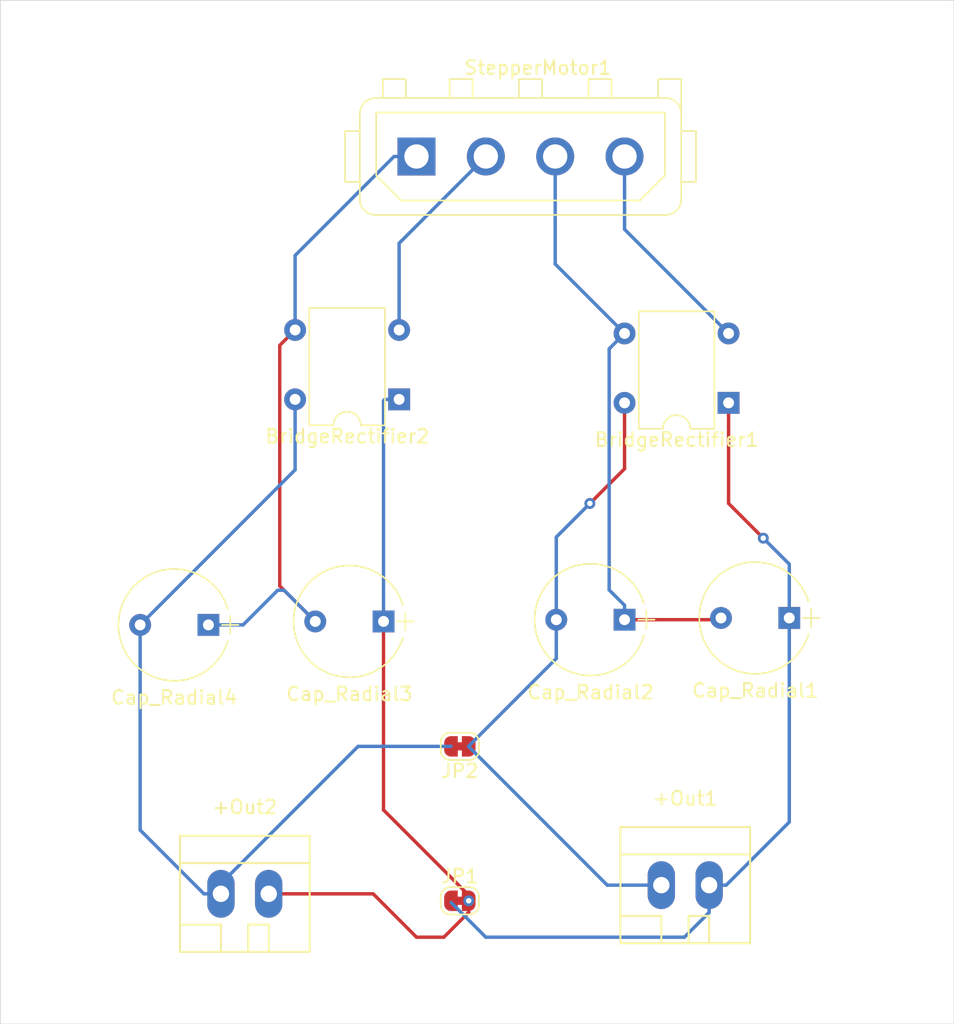
<source format=kicad_pcb>
(kicad_pcb (version 20171130) (host pcbnew "(5.1.0-0)")

  (general
    (thickness 1.6)
    (drawings 4)
    (tracks 64)
    (zones 0)
    (modules 15)
    (nets 9)
  )

  (page A4)
  (layers
    (0 F.Cu signal)
    (31 B.Cu signal)
    (32 B.Adhes user)
    (33 F.Adhes user)
    (34 B.Paste user)
    (35 F.Paste user)
    (36 B.SilkS user)
    (37 F.SilkS user)
    (38 B.Mask user)
    (39 F.Mask user)
    (40 Dwgs.User user)
    (41 Cmts.User user)
    (42 Eco1.User user)
    (43 Eco2.User user)
    (44 Edge.Cuts user)
    (45 Margin user)
    (46 B.CrtYd user)
    (47 F.CrtYd user)
    (48 B.Fab user)
    (49 F.Fab user)
  )

  (setup
    (last_trace_width 0.25)
    (trace_clearance 0.2)
    (zone_clearance 0.508)
    (zone_45_only no)
    (trace_min 0.2)
    (via_size 0.8)
    (via_drill 0.4)
    (via_min_size 0.4)
    (via_min_drill 0.3)
    (uvia_size 0.3)
    (uvia_drill 0.1)
    (uvias_allowed no)
    (uvia_min_size 0.2)
    (uvia_min_drill 0.1)
    (edge_width 0.05)
    (segment_width 0.2)
    (pcb_text_width 0.3)
    (pcb_text_size 1.5 1.5)
    (mod_edge_width 0.12)
    (mod_text_size 1 1)
    (mod_text_width 0.15)
    (pad_size 1.524 1.524)
    (pad_drill 0.762)
    (pad_to_mask_clearance 0.051)
    (solder_mask_min_width 0.25)
    (aux_axis_origin 0 0)
    (visible_elements FFFFE77F)
    (pcbplotparams
      (layerselection 0x010fc_ffffffff)
      (usegerberextensions false)
      (usegerberattributes false)
      (usegerberadvancedattributes false)
      (creategerberjobfile false)
      (excludeedgelayer true)
      (linewidth 0.100000)
      (plotframeref false)
      (viasonmask false)
      (mode 1)
      (useauxorigin false)
      (hpglpennumber 1)
      (hpglpenspeed 20)
      (hpglpendiameter 15.000000)
      (psnegative false)
      (psa4output false)
      (plotreference true)
      (plotvalue true)
      (plotinvisibletext false)
      (padsonsilk false)
      (subtractmaskfromsilk false)
      (outputformat 1)
      (mirror false)
      (drillshape 1)
      (scaleselection 1)
      (outputdirectory ""))
  )

  (net 0 "")
  (net 1 "Net-(BridgeRectifier1-Pad2)")
  (net 2 "Net-(BridgeRectifier1-Pad3)")
  (net 3 "Net-(BridgeRectifier2-Pad3)")
  (net 4 "Net-(BridgeRectifier2-Pad2)")
  (net 5 VCC)
  (net 6 VDD)
  (net 7 "Net-(+Out1-Pad1)")
  (net 8 "Net-(+Out2-Pad1)")

  (net_class Default "This is the default net class."
    (clearance 0.2)
    (trace_width 0.25)
    (via_dia 0.8)
    (via_drill 0.4)
    (uvia_dia 0.3)
    (uvia_drill 0.1)
    (add_net "Net-(+Out1-Pad1)")
    (add_net "Net-(+Out2-Pad1)")
    (add_net "Net-(BridgeRectifier1-Pad2)")
    (add_net "Net-(BridgeRectifier1-Pad3)")
    (add_net "Net-(BridgeRectifier2-Pad2)")
    (add_net "Net-(BridgeRectifier2-Pad3)")
    (add_net VCC)
    (add_net VDD)
  )

  (module Mounting_Holes:MountingHole_3.2mm_M3 (layer F.Cu) (tedit 56D1B4CB) (tstamp 61045959)
    (at 120.65 43.18)
    (descr "Mounting Hole 3.2mm, no annular, M3")
    (tags "mounting hole 3.2mm no annular m3")
    (attr virtual)
    (fp_text reference REF** (at 0 -4.2) (layer F.SilkS) hide
      (effects (font (size 1 1) (thickness 0.15)))
    )
    (fp_text value MountingHole_3.2mm_M3 (at 0 4.2) (layer F.Fab) hide
      (effects (font (size 1 1) (thickness 0.15)))
    )
    (fp_text user %R (at 0.3 0) (layer F.Fab)
      (effects (font (size 1 1) (thickness 0.15)))
    )
    (fp_circle (center 0 0) (end 3.2 0) (layer Cmts.User) (width 0.15))
    (fp_circle (center 0 0) (end 3.45 0) (layer F.CrtYd) (width 0.05))
    (pad 1 np_thru_hole circle (at 0 0) (size 3.2 3.2) (drill 3.2) (layers *.Cu *.Mask))
  )

  (module Mounting_Holes:MountingHole_3.2mm_M3 (layer F.Cu) (tedit 56D1B4CB) (tstamp 6104594E)
    (at 120.65 107.95)
    (descr "Mounting Hole 3.2mm, no annular, M3")
    (tags "mounting hole 3.2mm no annular m3")
    (attr virtual)
    (fp_text reference REF** (at 0 -4.2) (layer F.SilkS) hide
      (effects (font (size 1 1) (thickness 0.15)))
    )
    (fp_text value 3.2mm (at 0 4.2) (layer F.Fab) hide
      (effects (font (size 1 1) (thickness 0.15)))
    )
    (fp_text user %R (at 0.3 0) (layer F.Fab)
      (effects (font (size 1 1) (thickness 0.15)))
    )
    (fp_circle (center 0 0) (end 3.2 0) (layer Cmts.User) (width 0.15))
    (fp_circle (center 0 0) (end 3.45 0) (layer F.CrtYd) (width 0.05))
    (pad 1 np_thru_hole circle (at 0 0) (size 3.2 3.2) (drill 3.2) (layers *.Cu *.Mask))
  )

  (module Mounting_Holes:MountingHole_3.2mm_M3 (layer F.Cu) (tedit 56D1B4CB) (tstamp 61045943)
    (at 60.96 107.95)
    (descr "Mounting Hole 3.2mm, no annular, M3")
    (tags "mounting hole 3.2mm no annular m3")
    (attr virtual)
    (fp_text reference REF** (at 0 -4.2) (layer F.SilkS) hide
      (effects (font (size 1 1) (thickness 0.15)))
    )
    (fp_text value 3.2mm (at 0 4.2) (layer F.Fab) hide
      (effects (font (size 1 1) (thickness 0.15)))
    )
    (fp_circle (center 0 0) (end 3.45 0) (layer F.CrtYd) (width 0.05))
    (fp_circle (center 0 0) (end 3.2 0) (layer Cmts.User) (width 0.15))
    (fp_text user %R (at 0.3 0) (layer F.Fab)
      (effects (font (size 1 1) (thickness 0.15)))
    )
    (pad 1 np_thru_hole circle (at 0 0) (size 3.2 3.2) (drill 3.2) (layers *.Cu *.Mask))
  )

  (module Mounting_Holes:MountingHole_3.2mm_M3 (layer F.Cu) (tedit 56D1B4CB) (tstamp 61045938)
    (at 60.96 43.18)
    (descr "Mounting Hole 3.2mm, no annular, M3")
    (tags "mounting hole 3.2mm no annular m3")
    (attr virtual)
    (fp_text reference REF** (at 0 -4.2) (layer F.SilkS) hide
      (effects (font (size 1 1) (thickness 0.15)))
    )
    (fp_text value 3.2mm (at 0 4.2) (layer F.Fab) hide
      (effects (font (size 1 1) (thickness 0.15)))
    )
    (fp_text user %R (at 0.3 0) (layer F.Fab)
      (effects (font (size 1 1) (thickness 0.15)))
    )
    (fp_circle (center 0 0) (end 3.2 0) (layer Cmts.User) (width 0.15))
    (fp_circle (center 0 0) (end 3.45 0) (layer F.CrtYd) (width 0.05))
    (pad 1 np_thru_hole circle (at 0 0) (size 3.2 3.2) (drill 3.2) (layers *.Cu *.Mask))
  )

  (module Connectors_WAGO:WAGO_734_2pin_Straight_RuggedPads (layer F.Cu) (tedit 0) (tstamp 6100758C)
    (at 106.045 102.87)
    (descr "WAGO, Serie 734, Socket, Stiftleiste, 2 polig, 2 pin, rugged Pads, straight, gerade, Date 05Jul2010,")
    (tags "WAGO, Serie 734, Socket, Stiftleiste, 2 polig, 2 pin, rugged Pads, straight, gerade, Date 05Jul2010,")
    (path /6101AECC)
    (fp_text reference +Out1 (at 0 -6.35) (layer F.SilkS)
      (effects (font (size 1 1) (thickness 0.15)))
    )
    (fp_text value -Out (at 0 6.35) (layer F.Fab)
      (effects (font (size 1 1) (thickness 0.15)))
    )
    (fp_line (start -4.7498 -2.25044) (end 4.7498 -2.25044) (layer F.SilkS) (width 0.15))
    (fp_line (start 0.24892 4.24942) (end 0.24892 2.25044) (layer F.SilkS) (width 0.15))
    (fp_line (start 0.24892 2.25044) (end 1.75006 2.25044) (layer F.SilkS) (width 0.15))
    (fp_line (start 1.75006 2.25044) (end 1.75006 4.24942) (layer F.SilkS) (width 0.15))
    (fp_line (start -4.7498 2.25044) (end -1.75006 2.25044) (layer F.SilkS) (width 0.15))
    (fp_line (start -1.75006 2.25044) (end -1.75006 4.20116) (layer F.SilkS) (width 0.15))
    (fp_line (start 4.7498 4.24942) (end 4.7498 -4.24942) (layer F.SilkS) (width 0.15))
    (fp_line (start 4.7498 -4.24942) (end -4.7498 -4.24942) (layer F.SilkS) (width 0.15))
    (fp_line (start -4.7498 -4.24942) (end -4.7498 4.24942) (layer F.SilkS) (width 0.15))
    (fp_line (start -4.7498 4.24942) (end 4.7498 4.24942) (layer F.SilkS) (width 0.15))
    (pad 1 thru_hole oval (at -1.75006 0) (size 1.99898 3.50012) (drill 1.19888) (layers *.Cu *.Mask)
      (net 7 "Net-(+Out1-Pad1)"))
    (pad 2 thru_hole oval (at 1.75006 0) (size 1.99898 3.50012) (drill 1.19888) (layers *.Cu *.Mask)
      (net 5 VCC))
  )

  (module Connectors_WAGO:WAGO_734_2pin_Straight_RuggedPads (layer F.Cu) (tedit 0) (tstamp 6100759C)
    (at 73.787 103.505)
    (descr "WAGO, Serie 734, Socket, Stiftleiste, 2 polig, 2 pin, rugged Pads, straight, gerade, Date 05Jul2010,")
    (tags "WAGO, Serie 734, Socket, Stiftleiste, 2 polig, 2 pin, rugged Pads, straight, gerade, Date 05Jul2010,")
    (path /6101CD8E)
    (fp_text reference +Out2 (at 0 -6.35) (layer F.SilkS)
      (effects (font (size 1 1) (thickness 0.15)))
    )
    (fp_text value -Out (at 0 6.35) (layer F.Fab)
      (effects (font (size 1 1) (thickness 0.15)))
    )
    (fp_line (start -4.7498 4.24942) (end 4.7498 4.24942) (layer F.SilkS) (width 0.15))
    (fp_line (start -4.7498 -4.24942) (end -4.7498 4.24942) (layer F.SilkS) (width 0.15))
    (fp_line (start 4.7498 -4.24942) (end -4.7498 -4.24942) (layer F.SilkS) (width 0.15))
    (fp_line (start 4.7498 4.24942) (end 4.7498 -4.24942) (layer F.SilkS) (width 0.15))
    (fp_line (start -1.75006 2.25044) (end -1.75006 4.20116) (layer F.SilkS) (width 0.15))
    (fp_line (start -4.7498 2.25044) (end -1.75006 2.25044) (layer F.SilkS) (width 0.15))
    (fp_line (start 1.75006 2.25044) (end 1.75006 4.24942) (layer F.SilkS) (width 0.15))
    (fp_line (start 0.24892 2.25044) (end 1.75006 2.25044) (layer F.SilkS) (width 0.15))
    (fp_line (start 0.24892 4.24942) (end 0.24892 2.25044) (layer F.SilkS) (width 0.15))
    (fp_line (start -4.7498 -2.25044) (end 4.7498 -2.25044) (layer F.SilkS) (width 0.15))
    (pad 2 thru_hole oval (at 1.75006 0) (size 1.99898 3.50012) (drill 1.19888) (layers *.Cu *.Mask)
      (net 6 VDD))
    (pad 1 thru_hole oval (at -1.75006 0) (size 1.99898 3.50012) (drill 1.19888) (layers *.Cu *.Mask)
      (net 8 "Net-(+Out2-Pad1)"))
  )

  (module Diodes_THT:Diode_Bridge_DIP-4_W7.62mm_P5.08mm (layer F.Cu) (tedit 59213888) (tstamp 610075B4)
    (at 109.22 67.564 180)
    (descr "4-lead dip package for diode bridges, row spacing 7.62 mm (300 mils), see http://cdn-reichelt.de/documents/datenblatt/A400/HDBL101G_20SERIES-TSC.pdf")
    (tags "DIL DIP PDIP 5.08mm 7.62mm 300mil")
    (path /610183F6)
    (fp_text reference BridgeRectifier1 (at 3.8 -2.7) (layer F.SilkS)
      (effects (font (size 1 1) (thickness 0.15)))
    )
    (fp_text value "DIP 4 Pins" (at 3.8 7.8) (layer F.Fab)
      (effects (font (size 1 1) (thickness 0.15)))
    )
    (fp_line (start 8.67 6.85) (end -1.05 6.85) (layer F.CrtYd) (width 0.05))
    (fp_line (start 8.67 6.85) (end 8.67 -2.05) (layer F.CrtYd) (width 0.05))
    (fp_line (start -1.05 -2.05) (end -1.05 6.85) (layer F.CrtYd) (width 0.05))
    (fp_line (start -1.05 -2.05) (end 8.67 -2.05) (layer F.CrtYd) (width 0.05))
    (fp_line (start 1.635 -1.8) (end 6.985 -1.8) (layer F.Fab) (width 0.1))
    (fp_line (start 6.985 -1.8) (end 6.985 6.6) (layer F.Fab) (width 0.1))
    (fp_line (start 6.985 6.6) (end 0.635 6.6) (layer F.Fab) (width 0.1))
    (fp_line (start 0.635 6.6) (end 0.635 -0.8) (layer F.Fab) (width 0.1))
    (fp_line (start 0.635 -0.8) (end 1.635 -1.8) (layer F.Fab) (width 0.1))
    (fp_line (start 2.81 -1.9) (end 1.04 -1.9) (layer F.SilkS) (width 0.12))
    (fp_line (start 1.04 -1.9) (end 1.04 6.7) (layer F.SilkS) (width 0.12))
    (fp_line (start 1.04 6.7) (end 6.58 6.7) (layer F.SilkS) (width 0.12))
    (fp_line (start 6.58 6.7) (end 6.58 -1.9) (layer F.SilkS) (width 0.12))
    (fp_line (start 6.58 -1.9) (end 4.81 -1.9) (layer F.SilkS) (width 0.12))
    (fp_text user %R (at 3.81 2.54) (layer F.Fab)
      (effects (font (size 1 1) (thickness 0.15)))
    )
    (fp_arc (start 3.81 -1.9) (end 2.81 -1.9) (angle -180) (layer F.SilkS) (width 0.12))
    (pad 4 thru_hole oval (at 7.62 0 180) (size 1.6 1.6) (drill 0.8) (layers *.Cu *.Mask)
      (net 7 "Net-(+Out1-Pad1)"))
    (pad 2 thru_hole oval (at 0 5.08 180) (size 1.6 1.6) (drill 0.8) (layers *.Cu *.Mask)
      (net 1 "Net-(BridgeRectifier1-Pad2)"))
    (pad 3 thru_hole oval (at 7.62 5.08 180) (size 1.6 1.6) (drill 0.8) (layers *.Cu *.Mask)
      (net 2 "Net-(BridgeRectifier1-Pad3)"))
    (pad 1 thru_hole rect (at 0 0 180) (size 1.6 1.6) (drill 0.8) (layers *.Cu *.Mask)
      (net 5 VCC))
    (model ${KISYS3DMOD}/Diodes_THT.3dshapes/Diode_Bridge_DIP-4_W7.62mm_P5.08mm.wrl
      (at (xyz 0 0 0))
      (scale (xyz 1 1 1))
      (rotate (xyz 0 0 0))
    )
  )

  (module Diodes_THT:Diode_Bridge_DIP-4_W7.62mm_P5.08mm (layer F.Cu) (tedit 59213888) (tstamp 610075CC)
    (at 85.09 67.31 180)
    (descr "4-lead dip package for diode bridges, row spacing 7.62 mm (300 mils), see http://cdn-reichelt.de/documents/datenblatt/A400/HDBL101G_20SERIES-TSC.pdf")
    (tags "DIL DIP PDIP 5.08mm 7.62mm 300mil")
    (path /61015125)
    (fp_text reference BridgeRectifier2 (at 3.8 -2.7) (layer F.SilkS)
      (effects (font (size 1 1) (thickness 0.15)))
    )
    (fp_text value "DIP 4 Pins" (at 3.8 7.8) (layer F.Fab)
      (effects (font (size 1 1) (thickness 0.15)))
    )
    (fp_line (start 6.58 -1.9) (end 4.81 -1.9) (layer F.SilkS) (width 0.12))
    (fp_line (start 6.58 6.7) (end 6.58 -1.9) (layer F.SilkS) (width 0.12))
    (fp_line (start 1.04 6.7) (end 6.58 6.7) (layer F.SilkS) (width 0.12))
    (fp_line (start 1.04 -1.9) (end 1.04 6.7) (layer F.SilkS) (width 0.12))
    (fp_line (start 2.81 -1.9) (end 1.04 -1.9) (layer F.SilkS) (width 0.12))
    (fp_line (start 0.635 -0.8) (end 1.635 -1.8) (layer F.Fab) (width 0.1))
    (fp_line (start 0.635 6.6) (end 0.635 -0.8) (layer F.Fab) (width 0.1))
    (fp_line (start 6.985 6.6) (end 0.635 6.6) (layer F.Fab) (width 0.1))
    (fp_line (start 6.985 -1.8) (end 6.985 6.6) (layer F.Fab) (width 0.1))
    (fp_line (start 1.635 -1.8) (end 6.985 -1.8) (layer F.Fab) (width 0.1))
    (fp_line (start -1.05 -2.05) (end 8.67 -2.05) (layer F.CrtYd) (width 0.05))
    (fp_line (start -1.05 -2.05) (end -1.05 6.85) (layer F.CrtYd) (width 0.05))
    (fp_line (start 8.67 6.85) (end 8.67 -2.05) (layer F.CrtYd) (width 0.05))
    (fp_line (start 8.67 6.85) (end -1.05 6.85) (layer F.CrtYd) (width 0.05))
    (fp_arc (start 3.81 -1.9) (end 2.81 -1.9) (angle -180) (layer F.SilkS) (width 0.12))
    (fp_text user %R (at 3.81 2.54) (layer F.Fab)
      (effects (font (size 1 1) (thickness 0.15)))
    )
    (pad 1 thru_hole rect (at 0 0 180) (size 1.6 1.6) (drill 0.8) (layers *.Cu *.Mask)
      (net 6 VDD))
    (pad 3 thru_hole oval (at 7.62 5.08 180) (size 1.6 1.6) (drill 0.8) (layers *.Cu *.Mask)
      (net 3 "Net-(BridgeRectifier2-Pad3)"))
    (pad 2 thru_hole oval (at 0 5.08 180) (size 1.6 1.6) (drill 0.8) (layers *.Cu *.Mask)
      (net 4 "Net-(BridgeRectifier2-Pad2)"))
    (pad 4 thru_hole oval (at 7.62 0 180) (size 1.6 1.6) (drill 0.8) (layers *.Cu *.Mask)
      (net 8 "Net-(+Out2-Pad1)"))
    (model ${KISYS3DMOD}/Diodes_THT.3dshapes/Diode_Bridge_DIP-4_W7.62mm_P5.08mm.wrl
      (at (xyz 0 0 0))
      (scale (xyz 1 1 1))
      (rotate (xyz 0 0 0))
    )
  )

  (module Capacitors_THT:CP_Radial_Tantal_D8.0mm_P5.00mm (layer F.Cu) (tedit 597C781B) (tstamp 610075DF)
    (at 113.665 83.312 180)
    (descr "CP, Radial_Tantal series, Radial, pin pitch=5.00mm, , diameter=8.0mm, Tantal Electrolytic Capacitor, http://cdn-reichelt.de/documents/datenblatt/B300/TANTAL-TB-Serie%23.pdf")
    (tags "CP Radial_Tantal series Radial pin pitch 5.00mm  diameter 8.0mm Tantal Electrolytic Capacitor")
    (path /610010FB)
    (fp_text reference Cap_Radial1 (at 2.5 -5.31) (layer F.SilkS)
      (effects (font (size 1 1) (thickness 0.15)))
    )
    (fp_text value CP (at 2.5 5.31) (layer F.Fab)
      (effects (font (size 1 1) (thickness 0.15)))
    )
    (fp_circle (center 2.5 0) (end 6.5 0) (layer F.Fab) (width 0.1))
    (fp_line (start -2.2 0) (end -1 0) (layer F.Fab) (width 0.1))
    (fp_line (start -1.6 -0.65) (end -1.6 0.65) (layer F.Fab) (width 0.1))
    (fp_line (start -2.2 0) (end -1 0) (layer F.SilkS) (width 0.12))
    (fp_line (start -1.6 -0.65) (end -1.6 0.65) (layer F.SilkS) (width 0.12))
    (fp_line (start -1.85 -4.35) (end -1.85 4.35) (layer F.CrtYd) (width 0.05))
    (fp_line (start -1.85 4.35) (end 6.85 4.35) (layer F.CrtYd) (width 0.05))
    (fp_line (start 6.85 4.35) (end 6.85 -4.35) (layer F.CrtYd) (width 0.05))
    (fp_line (start 6.85 -4.35) (end -1.85 -4.35) (layer F.CrtYd) (width 0.05))
    (fp_text user %R (at 2.5 0) (layer F.Fab)
      (effects (font (size 1 1) (thickness 0.15)))
    )
    (fp_arc (start 2.5 0) (end 6.416082 -1.18) (angle 33.5) (layer F.SilkS) (width 0.12))
    (fp_arc (start 2.5 0) (end -1.416082 1.18) (angle -146.5) (layer F.SilkS) (width 0.12))
    (fp_arc (start 2.5 0) (end -1.416082 -1.18) (angle 146.5) (layer F.SilkS) (width 0.12))
    (pad 2 thru_hole circle (at 5 0 180) (size 1.6 1.6) (drill 0.8) (layers *.Cu *.Mask)
      (net 2 "Net-(BridgeRectifier1-Pad3)"))
    (pad 1 thru_hole rect (at 0 0 180) (size 1.6 1.6) (drill 0.8) (layers *.Cu *.Mask)
      (net 5 VCC))
    (model ${KISYS3DMOD}/Capacitors_THT.3dshapes/CP_Radial_Tantal_D8.0mm_P5.00mm.wrl
      (at (xyz 0 0 0))
      (scale (xyz 1 1 1))
      (rotate (xyz 0 0 0))
    )
  )

  (module Capacitors_THT:CP_Radial_Tantal_D8.0mm_P5.00mm (layer F.Cu) (tedit 597C781B) (tstamp 610075F2)
    (at 101.6 83.439 180)
    (descr "CP, Radial_Tantal series, Radial, pin pitch=5.00mm, , diameter=8.0mm, Tantal Electrolytic Capacitor, http://cdn-reichelt.de/documents/datenblatt/B300/TANTAL-TB-Serie%23.pdf")
    (tags "CP Radial_Tantal series Radial pin pitch 5.00mm  diameter 8.0mm Tantal Electrolytic Capacitor")
    (path /61001A91)
    (fp_text reference Cap_Radial2 (at 2.5 -5.31) (layer F.SilkS)
      (effects (font (size 1 1) (thickness 0.15)))
    )
    (fp_text value CP (at 2.5 5.31) (layer F.Fab)
      (effects (font (size 1 1) (thickness 0.15)))
    )
    (fp_line (start 6.85 -4.35) (end -1.85 -4.35) (layer F.CrtYd) (width 0.05))
    (fp_line (start 6.85 4.35) (end 6.85 -4.35) (layer F.CrtYd) (width 0.05))
    (fp_line (start -1.85 4.35) (end 6.85 4.35) (layer F.CrtYd) (width 0.05))
    (fp_line (start -1.85 -4.35) (end -1.85 4.35) (layer F.CrtYd) (width 0.05))
    (fp_line (start -1.6 -0.65) (end -1.6 0.65) (layer F.SilkS) (width 0.12))
    (fp_line (start -2.2 0) (end -1 0) (layer F.SilkS) (width 0.12))
    (fp_line (start -1.6 -0.65) (end -1.6 0.65) (layer F.Fab) (width 0.1))
    (fp_line (start -2.2 0) (end -1 0) (layer F.Fab) (width 0.1))
    (fp_circle (center 2.5 0) (end 6.5 0) (layer F.Fab) (width 0.1))
    (fp_arc (start 2.5 0) (end -1.416082 -1.18) (angle 146.5) (layer F.SilkS) (width 0.12))
    (fp_arc (start 2.5 0) (end -1.416082 1.18) (angle -146.5) (layer F.SilkS) (width 0.12))
    (fp_arc (start 2.5 0) (end 6.416082 -1.18) (angle 33.5) (layer F.SilkS) (width 0.12))
    (fp_text user %R (at 2.5 0) (layer F.Fab)
      (effects (font (size 1 1) (thickness 0.15)))
    )
    (pad 1 thru_hole rect (at 0 0 180) (size 1.6 1.6) (drill 0.8) (layers *.Cu *.Mask)
      (net 2 "Net-(BridgeRectifier1-Pad3)"))
    (pad 2 thru_hole circle (at 5 0 180) (size 1.6 1.6) (drill 0.8) (layers *.Cu *.Mask)
      (net 7 "Net-(+Out1-Pad1)"))
    (model ${KISYS3DMOD}/Capacitors_THT.3dshapes/CP_Radial_Tantal_D8.0mm_P5.00mm.wrl
      (at (xyz 0 0 0))
      (scale (xyz 1 1 1))
      (rotate (xyz 0 0 0))
    )
  )

  (module Capacitors_THT:CP_Radial_Tantal_D8.0mm_P5.00mm (layer F.Cu) (tedit 597C781B) (tstamp 61007605)
    (at 83.947 83.566 180)
    (descr "CP, Radial_Tantal series, Radial, pin pitch=5.00mm, , diameter=8.0mm, Tantal Electrolytic Capacitor, http://cdn-reichelt.de/documents/datenblatt/B300/TANTAL-TB-Serie%23.pdf")
    (tags "CP Radial_Tantal series Radial pin pitch 5.00mm  diameter 8.0mm Tantal Electrolytic Capacitor")
    (path /6101512F)
    (fp_text reference Cap_Radial3 (at 2.5 -5.31) (layer F.SilkS)
      (effects (font (size 1 1) (thickness 0.15)))
    )
    (fp_text value CP (at 2.5 5.31) (layer F.Fab)
      (effects (font (size 1 1) (thickness 0.15)))
    )
    (fp_circle (center 2.5 0) (end 6.5 0) (layer F.Fab) (width 0.1))
    (fp_line (start -2.2 0) (end -1 0) (layer F.Fab) (width 0.1))
    (fp_line (start -1.6 -0.65) (end -1.6 0.65) (layer F.Fab) (width 0.1))
    (fp_line (start -2.2 0) (end -1 0) (layer F.SilkS) (width 0.12))
    (fp_line (start -1.6 -0.65) (end -1.6 0.65) (layer F.SilkS) (width 0.12))
    (fp_line (start -1.85 -4.35) (end -1.85 4.35) (layer F.CrtYd) (width 0.05))
    (fp_line (start -1.85 4.35) (end 6.85 4.35) (layer F.CrtYd) (width 0.05))
    (fp_line (start 6.85 4.35) (end 6.85 -4.35) (layer F.CrtYd) (width 0.05))
    (fp_line (start 6.85 -4.35) (end -1.85 -4.35) (layer F.CrtYd) (width 0.05))
    (fp_text user %R (at 2.5 0) (layer F.Fab)
      (effects (font (size 1 1) (thickness 0.15)))
    )
    (fp_arc (start 2.5 0) (end 6.416082 -1.18) (angle 33.5) (layer F.SilkS) (width 0.12))
    (fp_arc (start 2.5 0) (end -1.416082 1.18) (angle -146.5) (layer F.SilkS) (width 0.12))
    (fp_arc (start 2.5 0) (end -1.416082 -1.18) (angle 146.5) (layer F.SilkS) (width 0.12))
    (pad 2 thru_hole circle (at 5 0 180) (size 1.6 1.6) (drill 0.8) (layers *.Cu *.Mask)
      (net 3 "Net-(BridgeRectifier2-Pad3)"))
    (pad 1 thru_hole rect (at 0 0 180) (size 1.6 1.6) (drill 0.8) (layers *.Cu *.Mask)
      (net 6 VDD))
    (model ${KISYS3DMOD}/Capacitors_THT.3dshapes/CP_Radial_Tantal_D8.0mm_P5.00mm.wrl
      (at (xyz 0 0 0))
      (scale (xyz 1 1 1))
      (rotate (xyz 0 0 0))
    )
  )

  (module Capacitors_THT:CP_Radial_Tantal_D8.0mm_P5.00mm (layer F.Cu) (tedit 597C781B) (tstamp 61007618)
    (at 71.12 83.82 180)
    (descr "CP, Radial_Tantal series, Radial, pin pitch=5.00mm, , diameter=8.0mm, Tantal Electrolytic Capacitor, http://cdn-reichelt.de/documents/datenblatt/B300/TANTAL-TB-Serie%23.pdf")
    (tags "CP Radial_Tantal series Radial pin pitch 5.00mm  diameter 8.0mm Tantal Electrolytic Capacitor")
    (path /61015139)
    (fp_text reference Cap_Radial4 (at 2.5 -5.31) (layer F.SilkS)
      (effects (font (size 1 1) (thickness 0.15)))
    )
    (fp_text value CP (at 2.5 5.31) (layer F.Fab)
      (effects (font (size 1 1) (thickness 0.15)))
    )
    (fp_line (start 6.85 -4.35) (end -1.85 -4.35) (layer F.CrtYd) (width 0.05))
    (fp_line (start 6.85 4.35) (end 6.85 -4.35) (layer F.CrtYd) (width 0.05))
    (fp_line (start -1.85 4.35) (end 6.85 4.35) (layer F.CrtYd) (width 0.05))
    (fp_line (start -1.85 -4.35) (end -1.85 4.35) (layer F.CrtYd) (width 0.05))
    (fp_line (start -1.6 -0.65) (end -1.6 0.65) (layer F.SilkS) (width 0.12))
    (fp_line (start -2.2 0) (end -1 0) (layer F.SilkS) (width 0.12))
    (fp_line (start -1.6 -0.65) (end -1.6 0.65) (layer F.Fab) (width 0.1))
    (fp_line (start -2.2 0) (end -1 0) (layer F.Fab) (width 0.1))
    (fp_circle (center 2.5 0) (end 6.5 0) (layer F.Fab) (width 0.1))
    (fp_arc (start 2.5 0) (end -1.416082 -1.18) (angle 146.5) (layer F.SilkS) (width 0.12))
    (fp_arc (start 2.5 0) (end -1.416082 1.18) (angle -146.5) (layer F.SilkS) (width 0.12))
    (fp_arc (start 2.5 0) (end 6.416082 -1.18) (angle 33.5) (layer F.SilkS) (width 0.12))
    (fp_text user %R (at 2.5 0) (layer F.Fab)
      (effects (font (size 1 1) (thickness 0.15)))
    )
    (pad 1 thru_hole rect (at 0 0 180) (size 1.6 1.6) (drill 0.8) (layers *.Cu *.Mask)
      (net 3 "Net-(BridgeRectifier2-Pad3)"))
    (pad 2 thru_hole circle (at 5 0 180) (size 1.6 1.6) (drill 0.8) (layers *.Cu *.Mask)
      (net 8 "Net-(+Out2-Pad1)"))
    (model ${KISYS3DMOD}/Capacitors_THT.3dshapes/CP_Radial_Tantal_D8.0mm_P5.00mm.wrl
      (at (xyz 0 0 0))
      (scale (xyz 1 1 1))
      (rotate (xyz 0 0 0))
    )
  )

  (module Connectors_TE-Connectivity:TE_MATE-N-LOK_350211-1_1x04_P5.08mm_Vertical (layer F.Cu) (tedit 5C696A5E) (tstamp 61007669)
    (at 86.36 49.53)
    (descr https://www.te.com/commerce/DocumentDelivery/DDEController?Action=showdoc&DocId=Customer+Drawing%7F350211%7FU5%7Fpdf%7FEnglish%7FENG_CD_350211_U5.pdf%7F350211-1)
    (tags "connector TE MATE-N-LOK top entry ATA PATA IDE 5.25 inch floppy drive power")
    (path /61016D3A)
    (fp_text reference StepperMotor1 (at 8.89 -6.5) (layer F.SilkS)
      (effects (font (size 1 1) (thickness 0.15)))
    )
    (fp_text value Stepper_Motor_bipolar (at 7.62 5.01) (layer F.Fab)
      (effects (font (size 1 1) (thickness 0.15)))
    )
    (fp_line (start 14.14 -5.52) (end 14.14 -4.13) (layer F.Fab) (width 0.1))
    (fp_line (start 12.75 -4.13) (end 12.75 -5.52) (layer F.Fab) (width 0.1))
    (fp_line (start 9.04 -5.52) (end 9.04 -4.13) (layer F.Fab) (width 0.1))
    (fp_line (start 7.65 -4.13) (end 7.65 -5.52) (layer F.Fab) (width 0.1))
    (fp_line (start 3.96 -5.52) (end 3.96 -4.13) (layer F.Fab) (width 0.1))
    (fp_line (start 2.57 -4.13) (end 2.57 -5.52) (layer F.Fab) (width 0.1))
    (fp_line (start -0.93 -5.52) (end -0.93 -4.13) (layer F.Fab) (width 0.1))
    (fp_line (start -2.32 -4.13) (end -2.32 -5.52) (layer F.Fab) (width 0.1))
    (fp_line (start -2.32 -5.52) (end -0.93 -5.52) (layer F.Fab) (width 0.1))
    (fp_line (start 2.57 -5.52) (end 3.96 -5.52) (layer F.Fab) (width 0.1))
    (fp_line (start 7.65 -5.52) (end 9.04 -5.52) (layer F.Fab) (width 0.1))
    (fp_line (start 12.75 -5.52) (end 14.14 -5.52) (layer F.Fab) (width 0.1))
    (fp_line (start 17.85 -4.13) (end 17.85 -5.52) (layer F.Fab) (width 0.1))
    (fp_line (start 17.85 -5.52) (end 19.24 -5.52) (layer F.Fab) (width 0.1))
    (fp_line (start -4 1.71) (end -5.08 1.71) (layer F.Fab) (width 0.1))
    (fp_line (start -5.08 -1.71) (end -4 -1.71) (layer F.Fab) (width 0.1))
    (fp_line (start -5.08 1.71) (end -5.08 -1.71) (layer F.Fab) (width 0.1))
    (fp_line (start 19.24 1.71) (end 20.32 1.71) (layer F.Fab) (width 0.1))
    (fp_line (start 20.32 -1.71) (end 19.24 -1.71) (layer F.Fab) (width 0.1))
    (fp_line (start 20.32 1.71) (end 20.32 -1.71) (layer F.Fab) (width 0.1))
    (fp_line (start -4 -2.99) (end -4 2.99) (layer F.Fab) (width 0.1))
    (fp_line (start 19.24 2.99) (end 19.24 -5.52) (layer F.Fab) (width 0.1))
    (fp_line (start -2.86 4.13) (end 18.1 4.13) (layer F.Fab) (width 0.1))
    (fp_line (start 18.1 -4.13) (end -2.86 -4.13) (layer F.Fab) (width 0.1))
    (fp_line (start -2.95 -3.22) (end 18.19 -3.22) (layer F.Fab) (width 0.1))
    (fp_line (start 18.19 -3.22) (end 18.19 1.39) (layer F.Fab) (width 0.1))
    (fp_line (start 18.19 1.39) (end 16.36 3.22) (layer F.Fab) (width 0.1))
    (fp_line (start 16.36 3.22) (end -1.12 3.22) (layer F.Fab) (width 0.1))
    (fp_line (start -1.12 3.22) (end -2.95 1.39) (layer F.Fab) (width 0.1))
    (fp_line (start -2.95 1.39) (end -2.95 -3.22) (layer F.Fab) (width 0.1))
    (fp_line (start 2.42 -5.67) (end 4.11 -5.67) (layer F.SilkS) (width 0.12))
    (fp_line (start 4.11 -5.67) (end 4.11 -4.28) (layer F.SilkS) (width 0.12))
    (fp_line (start 2.42 -4.28) (end 2.42 -5.67) (layer F.SilkS) (width 0.12))
    (fp_line (start 7.5 -4.28) (end 7.5 -5.67) (layer F.SilkS) (width 0.12))
    (fp_line (start 9.19 -5.67) (end 9.19 -4.28) (layer F.SilkS) (width 0.12))
    (fp_line (start 7.5 -5.67) (end 9.19 -5.67) (layer F.SilkS) (width 0.12))
    (fp_line (start 12.6 -5.67) (end 14.29 -5.67) (layer F.SilkS) (width 0.12))
    (fp_line (start 12.6 -4.28) (end 12.6 -5.67) (layer F.SilkS) (width 0.12))
    (fp_line (start 14.29 -5.67) (end 14.29 -4.28) (layer F.SilkS) (width 0.12))
    (fp_line (start -2.47 -4.28) (end -2.47 -5.67) (layer F.SilkS) (width 0.12))
    (fp_line (start -0.78 -5.67) (end -0.78 -4.28) (layer F.SilkS) (width 0.12))
    (fp_line (start -2.47 -5.67) (end -0.78 -5.67) (layer F.SilkS) (width 0.12))
    (fp_line (start 17.7 -5.67) (end 19.39 -5.67) (layer F.SilkS) (width 0.12))
    (fp_line (start 17.7 -4.28) (end 17.7 -5.67) (layer F.SilkS) (width 0.12))
    (fp_line (start -5.23 -1.86) (end -4.15 -1.86) (layer F.SilkS) (width 0.12))
    (fp_line (start -5.23 1.86) (end -5.23 -1.86) (layer F.SilkS) (width 0.12))
    (fp_line (start -4.15 1.86) (end -5.23 1.86) (layer F.SilkS) (width 0.12))
    (fp_line (start 20.47 -1.86) (end 19.39 -1.86) (layer F.SilkS) (width 0.12))
    (fp_line (start 20.47 1.86) (end 20.47 -1.86) (layer F.SilkS) (width 0.12))
    (fp_line (start 19.39 1.86) (end 20.47 1.86) (layer F.SilkS) (width 0.12))
    (fp_line (start -4.15 -3.14) (end -4.15 3.14) (layer F.SilkS) (width 0.12))
    (fp_line (start 18.25 -4.28) (end -3.01 -4.28) (layer F.SilkS) (width 0.12))
    (fp_line (start 19.39 3.14) (end 19.39 -5.67) (layer F.SilkS) (width 0.12))
    (fp_line (start -3.01 4.28) (end 18.25 4.28) (layer F.SilkS) (width 0.12))
    (fp_line (start -2.95 1.39) (end -2.95 -3.22) (layer F.SilkS) (width 0.12))
    (fp_line (start -1.12 3.22) (end -2.95 1.39) (layer F.SilkS) (width 0.12))
    (fp_line (start 16.36 3.22) (end -1.12 3.22) (layer F.SilkS) (width 0.12))
    (fp_line (start 18.19 1.39) (end 16.36 3.22) (layer F.SilkS) (width 0.12))
    (fp_line (start 18.19 -3.22) (end 18.19 1.39) (layer F.SilkS) (width 0.12))
    (fp_line (start -2.95 -3.22) (end 18.19 -3.22) (layer F.SilkS) (width 0.12))
    (fp_line (start -5.33 -5.77) (end -5.33 4.38) (layer F.CrtYd) (width 0.05))
    (fp_line (start 20.57 -5.77) (end -5.33 -5.77) (layer F.CrtYd) (width 0.05))
    (fp_line (start 20.57 4.38) (end 20.57 -5.77) (layer F.CrtYd) (width 0.05))
    (fp_line (start -5.33 4.38) (end 20.57 4.38) (layer F.CrtYd) (width 0.05))
    (fp_arc (start 18.25 -3.14) (end 19.39 -3.14) (angle -90) (layer F.SilkS) (width 0.12))
    (fp_arc (start 18.25 3.14) (end 18.25 4.28) (angle -90) (layer F.SilkS) (width 0.12))
    (fp_arc (start -3.01 -3.14) (end -3.01 -4.28) (angle -90) (layer F.SilkS) (width 0.12))
    (fp_arc (start -3.01 3.14) (end -4.15 3.14) (angle -90) (layer F.SilkS) (width 0.12))
    (fp_text user %R (at 8 0) (layer F.Fab)
      (effects (font (size 1 1) (thickness 0.15)))
    )
    (fp_arc (start 18.1 -2.99) (end 19.24 -2.99) (angle -90) (layer F.Fab) (width 0.1))
    (fp_arc (start -2.86 -2.99) (end -2.86 -4.13) (angle -90) (layer F.Fab) (width 0.1))
    (fp_arc (start 18.1 2.99) (end 18.1 4.13) (angle -90) (layer F.Fab) (width 0.1))
    (fp_arc (start -2.86 2.99) (end -4 2.99) (angle -90) (layer F.Fab) (width 0.1))
    (pad 1 thru_hole rect (at 0 0) (size 2.78 2.78) (drill 1.78) (layers *.Cu *.Mask)
      (net 3 "Net-(BridgeRectifier2-Pad3)"))
    (pad 2 thru_hole circle (at 5.08 0) (size 2.78 2.78) (drill 1.78) (layers *.Cu *.Mask)
      (net 4 "Net-(BridgeRectifier2-Pad2)"))
    (pad 3 thru_hole circle (at 10.16 0) (size 2.78 2.78) (drill 1.78) (layers *.Cu *.Mask)
      (net 2 "Net-(BridgeRectifier1-Pad3)"))
    (pad 4 thru_hole circle (at 15.24 0) (size 2.78 2.78) (drill 1.78) (layers *.Cu *.Mask)
      (net 1 "Net-(BridgeRectifier1-Pad2)"))
    (model ${KICAD6_3DMODEL_DIR}/Connector_TE-Connectivity.3dshapes/TE_MATE-N-LOK_350211-1_1x04_P5.08mm_Vertical.wrl
      (at (xyz 0 0 0))
      (scale (xyz 1 1 1))
      (rotate (xyz 0 0 0))
    )
  )

  (module Jumper:SolderJumper-2_P1.3mm_Bridged_RoundedPad1.0x1.5mm (layer F.Cu) (tedit 5C745284) (tstamp 61016C2B)
    (at 89.535 104.013)
    (descr "SMD Solder Jumper, 1x1.5mm, rounded Pads, 0.3mm gap, bridged with 1 copper strip")
    (tags "solder jumper open")
    (path /61027298)
    (attr virtual)
    (fp_text reference JP1 (at 0 -1.8) (layer F.SilkS)
      (effects (font (size 1 1) (thickness 0.15)))
    )
    (fp_text value "+ve tie" (at 0 1.9) (layer F.Fab)
      (effects (font (size 1 1) (thickness 0.15)))
    )
    (fp_poly (pts (xy 0.25 -0.3) (xy -0.25 -0.3) (xy -0.25 0.3) (xy 0.25 0.3)) (layer F.Cu) (width 0))
    (fp_line (start 1.65 1.25) (end -1.65 1.25) (layer F.CrtYd) (width 0.05))
    (fp_line (start 1.65 1.25) (end 1.65 -1.25) (layer F.CrtYd) (width 0.05))
    (fp_line (start -1.65 -1.25) (end -1.65 1.25) (layer F.CrtYd) (width 0.05))
    (fp_line (start -1.65 -1.25) (end 1.65 -1.25) (layer F.CrtYd) (width 0.05))
    (fp_line (start -0.7 -1) (end 0.7 -1) (layer F.SilkS) (width 0.12))
    (fp_line (start 1.4 -0.3) (end 1.4 0.3) (layer F.SilkS) (width 0.12))
    (fp_line (start 0.7 1) (end -0.7 1) (layer F.SilkS) (width 0.12))
    (fp_line (start -1.4 0.3) (end -1.4 -0.3) (layer F.SilkS) (width 0.12))
    (fp_arc (start 0.7 -0.3) (end 1.4 -0.3) (angle -90) (layer F.SilkS) (width 0.12))
    (fp_arc (start 0.7 0.3) (end 0.7 1) (angle -90) (layer F.SilkS) (width 0.12))
    (fp_arc (start -0.7 0.3) (end -1.4 0.3) (angle -90) (layer F.SilkS) (width 0.12))
    (fp_arc (start -0.7 -0.3) (end -0.7 -1) (angle -90) (layer F.SilkS) (width 0.12))
    (pad 2 smd custom (at 0.65 0) (size 1 0.5) (layers F.Cu F.Mask)
      (net 6 VDD) (zone_connect 2)
      (options (clearance outline) (anchor rect))
      (primitives
        (gr_circle (center 0 0.25) (end 0.5 0.25) (width 0))
        (gr_circle (center 0 -0.25) (end 0.5 -0.25) (width 0))
        (gr_poly (pts
           (xy 0 -0.75) (xy -0.5 -0.75) (xy -0.5 0.75) (xy 0 0.75)) (width 0))
      ))
    (pad 1 smd custom (at -0.65 0) (size 1 0.5) (layers F.Cu F.Mask)
      (net 5 VCC) (zone_connect 2)
      (options (clearance outline) (anchor rect))
      (primitives
        (gr_circle (center 0 0.25) (end 0.5 0.25) (width 0))
        (gr_circle (center 0 -0.25) (end 0.5 -0.25) (width 0))
        (gr_poly (pts
           (xy 0 -0.75) (xy 0.5 -0.75) (xy 0.5 0.75) (xy 0 0.75)) (width 0))
      ))
  )

  (module Jumper:SolderJumper-2_P1.3mm_Bridged_RoundedPad1.0x1.5mm (layer F.Cu) (tedit 5C745284) (tstamp 61016C3E)
    (at 89.535 92.71 180)
    (descr "SMD Solder Jumper, 1x1.5mm, rounded Pads, 0.3mm gap, bridged with 1 copper strip")
    (tags "solder jumper open")
    (path /6102784D)
    (attr virtual)
    (fp_text reference JP2 (at 0 -1.8) (layer F.SilkS)
      (effects (font (size 1 1) (thickness 0.15)))
    )
    (fp_text value "-ve tie" (at 0 1.9) (layer F.Fab)
      (effects (font (size 1 1) (thickness 0.15)))
    )
    (fp_arc (start -0.7 -0.3) (end -0.7 -1) (angle -90) (layer F.SilkS) (width 0.12))
    (fp_arc (start -0.7 0.3) (end -1.4 0.3) (angle -90) (layer F.SilkS) (width 0.12))
    (fp_arc (start 0.7 0.3) (end 0.7 1) (angle -90) (layer F.SilkS) (width 0.12))
    (fp_arc (start 0.7 -0.3) (end 1.4 -0.3) (angle -90) (layer F.SilkS) (width 0.12))
    (fp_line (start -1.4 0.3) (end -1.4 -0.3) (layer F.SilkS) (width 0.12))
    (fp_line (start 0.7 1) (end -0.7 1) (layer F.SilkS) (width 0.12))
    (fp_line (start 1.4 -0.3) (end 1.4 0.3) (layer F.SilkS) (width 0.12))
    (fp_line (start -0.7 -1) (end 0.7 -1) (layer F.SilkS) (width 0.12))
    (fp_line (start -1.65 -1.25) (end 1.65 -1.25) (layer F.CrtYd) (width 0.05))
    (fp_line (start -1.65 -1.25) (end -1.65 1.25) (layer F.CrtYd) (width 0.05))
    (fp_line (start 1.65 1.25) (end 1.65 -1.25) (layer F.CrtYd) (width 0.05))
    (fp_line (start 1.65 1.25) (end -1.65 1.25) (layer F.CrtYd) (width 0.05))
    (fp_poly (pts (xy 0.25 -0.3) (xy -0.25 -0.3) (xy -0.25 0.3) (xy 0.25 0.3)) (layer F.Cu) (width 0))
    (pad 1 smd custom (at -0.65 0 180) (size 1 0.5) (layers F.Cu F.Mask)
      (net 7 "Net-(+Out1-Pad1)") (zone_connect 2)
      (options (clearance outline) (anchor rect))
      (primitives
        (gr_circle (center 0 0.25) (end 0.5 0.25) (width 0))
        (gr_circle (center 0 -0.25) (end 0.5 -0.25) (width 0))
        (gr_poly (pts
           (xy 0 -0.75) (xy 0.5 -0.75) (xy 0.5 0.75) (xy 0 0.75)) (width 0))
      ))
    (pad 2 smd custom (at 0.65 0 180) (size 1 0.5) (layers F.Cu F.Mask)
      (net 8 "Net-(+Out2-Pad1)") (zone_connect 2)
      (options (clearance outline) (anchor rect))
      (primitives
        (gr_circle (center 0 0.25) (end 0.5 0.25) (width 0))
        (gr_circle (center 0 -0.25) (end 0.5 -0.25) (width 0))
        (gr_poly (pts
           (xy 0 -0.75) (xy -0.5 -0.75) (xy -0.5 0.75) (xy 0 0.75)) (width 0))
      ))
  )

  (gr_line (start 55.88 113.03) (end 55.88 38.1) (layer Edge.Cuts) (width 0.05))
  (gr_line (start 125.73 113.03) (end 55.88 113.03) (layer Edge.Cuts) (width 0.05))
  (gr_line (start 125.73 38.1) (end 125.73 113.03) (layer Edge.Cuts) (width 0.05))
  (gr_line (start 55.88 38.1) (end 125.73 38.1) (layer Edge.Cuts) (width 0.05))

  (segment (start 101.6 54.864) (end 109.22 62.484) (width 0.25) (layer B.Cu) (net 1))
  (segment (start 101.6 49.53) (end 101.6 54.864) (width 0.25) (layer B.Cu) (net 1))
  (segment (start 96.52 57.404) (end 101.6 62.484) (width 0.25) (layer B.Cu) (net 2))
  (segment (start 96.52 49.53) (end 96.52 57.404) (width 0.25) (layer B.Cu) (net 2))
  (segment (start 101.6 82.389) (end 101.6 83.439) (width 0.25) (layer B.Cu) (net 2))
  (segment (start 100.474999 81.263999) (end 101.6 82.389) (width 0.25) (layer B.Cu) (net 2))
  (segment (start 100.474999 63.609001) (end 100.474999 81.263999) (width 0.25) (layer B.Cu) (net 2))
  (segment (start 101.6 62.484) (end 100.474999 63.609001) (width 0.25) (layer B.Cu) (net 2))
  (segment (start 108.538 83.439) (end 108.665 83.312) (width 0.25) (layer F.Cu) (net 2))
  (segment (start 101.6 83.439) (end 108.538 83.439) (width 0.25) (layer F.Cu) (net 2))
  (segment (start 84.72 49.53) (end 86.36 49.53) (width 0.25) (layer B.Cu) (net 3))
  (segment (start 77.47 56.78) (end 84.72 49.53) (width 0.25) (layer B.Cu) (net 3))
  (segment (start 77.47 62.23) (end 77.47 56.78) (width 0.25) (layer B.Cu) (net 3))
  (segment (start 78.147001 82.766001) (end 78.947 83.566) (width 0.25) (layer F.Cu) (net 3))
  (segment (start 76.344999 63.355001) (end 76.344999 80.963999) (width 0.25) (layer F.Cu) (net 3))
  (segment (start 76.344999 80.963999) (end 78.147001 82.766001) (width 0.25) (layer F.Cu) (net 3))
  (segment (start 77.47 62.23) (end 76.344999 63.355001) (width 0.25) (layer F.Cu) (net 3))
  (segment (start 71.12 83.82) (end 73.66 83.82) (width 0.25) (layer B.Cu) (net 3))
  (segment (start 73.66 83.82) (end 76.2 81.28) (width 0.25) (layer B.Cu) (net 3))
  (segment (start 76.661 81.28) (end 78.947 83.566) (width 0.25) (layer B.Cu) (net 3))
  (segment (start 76.2 81.28) (end 76.661 81.28) (width 0.25) (layer B.Cu) (net 3))
  (segment (start 85.09 55.88) (end 91.44 49.53) (width 0.25) (layer B.Cu) (net 4))
  (segment (start 85.09 62.23) (end 85.09 55.88) (width 0.25) (layer B.Cu) (net 4))
  (via (at 111.76 77.47) (size 0.8) (drill 0.4) (layers F.Cu B.Cu) (net 5))
  (segment (start 109.22 74.93) (end 111.76 77.47) (width 0.25) (layer F.Cu) (net 5))
  (segment (start 109.22 67.564) (end 109.22 74.93) (width 0.25) (layer F.Cu) (net 5))
  (segment (start 113.665 79.375) (end 113.665 83.312) (width 0.25) (layer B.Cu) (net 5))
  (segment (start 111.76 77.47) (end 113.665 79.375) (width 0.25) (layer B.Cu) (net 5))
  (segment (start 109.04455 102.87) (end 107.79506 102.87) (width 0.25) (layer B.Cu) (net 5))
  (segment (start 113.665 98.24955) (end 109.04455 102.87) (width 0.25) (layer B.Cu) (net 5))
  (segment (start 113.665 83.312) (end 113.665 98.24955) (width 0.25) (layer B.Cu) (net 5))
  (segment (start 107.79506 104.87006) (end 105.98512 106.68) (width 0.25) (layer B.Cu) (net 5))
  (segment (start 107.79506 102.87) (end 107.79506 104.87006) (width 0.25) (layer B.Cu) (net 5))
  (segment (start 105.98512 106.68) (end 91.44 106.68) (width 0.25) (layer B.Cu) (net 5))
  (segment (start 91.44 106.68) (end 88.9 104.14) (width 0.25) (layer B.Cu) (net 5))
  (segment (start 84.04 67.31) (end 85.09 67.31) (width 0.25) (layer B.Cu) (net 6))
  (segment (start 83.947 67.403) (end 84.04 67.31) (width 0.25) (layer B.Cu) (net 6))
  (segment (start 83.947 83.566) (end 83.947 67.403) (width 0.25) (layer B.Cu) (net 6))
  (segment (start 90.185 103.603364) (end 90.185 104.013) (width 0.25) (layer F.Cu) (net 6))
  (segment (start 83.947 97.365364) (end 90.185 103.603364) (width 0.25) (layer F.Cu) (net 6))
  (segment (start 83.947 83.566) (end 83.947 97.365364) (width 0.25) (layer F.Cu) (net 6))
  (segment (start 75.53706 103.505) (end 83.185 103.505) (width 0.25) (layer F.Cu) (net 6))
  (segment (start 83.185 103.505) (end 86.36 106.68) (width 0.25) (layer F.Cu) (net 6))
  (segment (start 90.185 104.860592) (end 90.185 104.013) (width 0.25) (layer F.Cu) (net 6))
  (via (at 90.185 104.013) (size 0.8) (drill 0.4) (layers F.Cu B.Cu) (net 6))
  (segment (start 88.365592 106.68) (end 90.185 104.860592) (width 0.25) (layer F.Cu) (net 6))
  (segment (start 86.36 106.68) (end 88.365592 106.68) (width 0.25) (layer F.Cu) (net 6))
  (segment (start 101.6 67.564) (end 101.6 72.39) (width 0.25) (layer F.Cu) (net 7))
  (via (at 99.06 74.93) (size 0.8) (drill 0.4) (layers F.Cu B.Cu) (net 7))
  (segment (start 101.6 72.39) (end 99.06 74.93) (width 0.25) (layer F.Cu) (net 7))
  (segment (start 96.6 77.39) (end 96.6 83.439) (width 0.25) (layer B.Cu) (net 7))
  (segment (start 99.06 74.93) (end 96.6 77.39) (width 0.25) (layer B.Cu) (net 7))
  (segment (start 96.6 83.439) (end 96.6 86.28) (width 0.25) (layer B.Cu) (net 7))
  (segment (start 96.6 86.28) (end 90.17 92.71) (width 0.25) (layer B.Cu) (net 7))
  (segment (start 100.33 102.87) (end 104.29494 102.87) (width 0.25) (layer B.Cu) (net 7))
  (segment (start 90.17 92.71) (end 100.33 102.87) (width 0.25) (layer B.Cu) (net 7))
  (segment (start 77.47 72.47) (end 66.12 83.82) (width 0.25) (layer B.Cu) (net 8))
  (segment (start 77.47 67.31) (end 77.47 72.47) (width 0.25) (layer B.Cu) (net 8))
  (segment (start 70.78745 103.505) (end 72.03694 103.505) (width 0.25) (layer B.Cu) (net 8))
  (segment (start 66.12 98.83755) (end 70.78745 103.505) (width 0.25) (layer B.Cu) (net 8))
  (segment (start 66.12 83.82) (end 66.12 98.83755) (width 0.25) (layer B.Cu) (net 8))
  (segment (start 72.03694 102.75443) (end 82.08137 92.71) (width 0.25) (layer B.Cu) (net 8))
  (segment (start 72.03694 103.505) (end 72.03694 102.75443) (width 0.25) (layer B.Cu) (net 8))
  (segment (start 82.08137 92.71) (end 88.9 92.71) (width 0.25) (layer B.Cu) (net 8))

)

</source>
